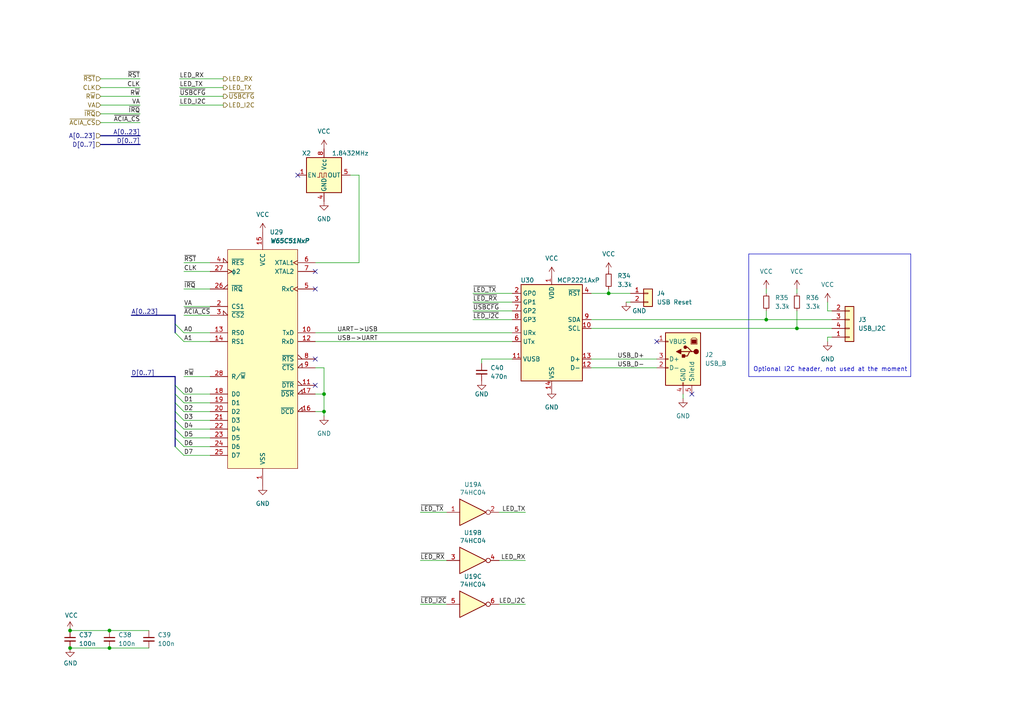
<source format=kicad_sch>
(kicad_sch (version 20250114) (generator "eeschema") (generator_version "9.0")
  (paper "A4")
  (title_block (title "Serial Module") (date "2023-05-23") (rev "A.32") (comment 2 "https://github.com/adrienkohlbecker/BB816") (comment 3 "Licensed under CERN-OHL-W v2") (comment 4 "Copyright © 2022-2023 Adrien Kohlbecker"))
  (lib_symbols
    (symbol "74xx:74HC04"
      (property "Reference" "U" (at 0 1.27 0))
      (property "Value" "74HC04" (at 0 -1.27 0))
      (symbol "74HC04_1_0"
        (polyline (pts (xy -3.81 3.81) (xy -3.81 -3.81) (xy 3.81 0) (xy -3.81 3.81)) (stroke (width 0.254)) (fill (type background)))
        (pin input line (at -7.62 0 0) (length 3.81) (name "~") (number "1"))
        (pin output inverted (at 7.62 0 180) (length 3.81) (name "~") (number "2"))
      )
      (symbol "74HC04_2_0"
        (polyline (pts (xy -3.81 3.81) (xy -3.81 -3.81) (xy 3.81 0) (xy -3.81 3.81)) (stroke (width 0.254)) (fill (type background)))
        (pin input line (at -7.62 0 0) (length 3.81) (name "~") (number "3"))
        (pin output inverted (at 7.62 0 180) (length 3.81) (name "~") (number "4"))
      )
      (symbol "74HC04_3_0"
        (polyline (pts (xy -3.81 3.81) (xy -3.81 -3.81) (xy 3.81 0) (xy -3.81 3.81)) (stroke (width 0.254)) (fill (type background)))
        (pin input line (at -7.62 0 0) (length 3.81) (name "~") (number "5"))
        (pin output inverted (at 7.62 0 180) (length 3.81) (name "~") (number "6"))
      )
      (symbol "74HC04_4_0"
        (polyline (pts (xy -3.81 3.81) (xy -3.81 -3.81) (xy 3.81 0) (xy -3.81 3.81)) (stroke (width 0.254)) (fill (type background)))
        (pin input line (at -7.62 0 0) (length 3.81) (name "~") (number "9"))
        (pin output inverted (at 7.62 0 180) (length 3.81) (name "~") (number "8"))
      )
      (symbol "74HC04_5_0"
        (polyline (pts (xy -3.81 3.81) (xy -3.81 -3.81) (xy 3.81 0) (xy -3.81 3.81)) (stroke (width 0.254)) (fill (type background)))
        (pin input line (at -7.62 0 0) (length 3.81) (name "~") (number "11"))
        (pin output inverted (at 7.62 0 180) (length 3.81) (name "~") (number "10"))
      )
      (symbol "74HC04_6_0"
        (polyline (pts (xy -3.81 3.81) (xy -3.81 -3.81) (xy 3.81 0) (xy -3.81 3.81)) (stroke (width 0.254)) (fill (type background)))
        (pin input line (at -7.62 0 0) (length 3.81) (name "~") (number "13"))
        (pin output inverted (at 7.62 0 180) (length 3.81) (name "~") (number "12"))
      )
      (symbol "74HC04_7_0"
        (pin power_in line (at 0 12.7 270) (length 5.08) (name "VCC") (number "14"))
        (pin power_in line (at 0 -12.7 90) (length 5.08) (name "GND") (number "7"))
      )
      (symbol "74HC04_7_1"
        (rectangle (start -5.08 7.62) (end 5.08 -7.62) (stroke (width 0.254)) (fill (type background)))
      )
    )
    (symbol "BB816:W65C51NxP" (pin_names (offset 1.016))
      (property "Reference" "U" (at -10.16 33.02 0))
      (property "Value" "W65C51NxP" (at 0 0 90))
      (symbol "W65C51NxP_0_1"
        (rectangle (start -10.16 31.75) (end 10.16 -31.75) (fill (type background)))
      )
      (symbol "W65C51NxP_1_1"
        (pin input input_low (at -15.24 27.94 0) (length 5.08) (name "~{RES}") (number "4"))
        (pin input clock (at -15.24 25.4 0) (length 5.08) (name "ϕ2") (number "27"))
        (pin open_collector output_low (at -15.24 20.32 0) (length 5.08) (name "~{IRQ}") (number "26"))
        (pin input line (at -15.24 15.24 0) (length 5.08) (name "CS1") (number "2"))
        (pin input input_low (at -15.24 12.7 0) (length 5.08) (name "~{CS2}") (number "3"))
        (pin input line (at -15.24 7.62 0) (length 5.08) (name "RS0") (number "13"))
        (pin input line (at -15.24 5.08 0) (length 5.08) (name "RS1") (number "14"))
        (pin input line (at -15.24 -5.08 0) (length 5.08) (name "R/~{W}") (number "28"))
        (pin bidirectional line (at -15.24 -10.16 0) (length 5.08) (name "D0") (number "18"))
        (pin bidirectional line (at -15.24 -12.7 0) (length 5.08) (name "D1") (number "19"))
        (pin bidirectional line (at -15.24 -15.24 0) (length 5.08) (name "D2") (number "20"))
        (pin bidirectional line (at -15.24 -17.78 0) (length 5.08) (name "D3") (number "21"))
        (pin bidirectional line (at -15.24 -20.32 0) (length 5.08) (name "D4") (number "22"))
        (pin bidirectional line (at -15.24 -22.86 0) (length 5.08) (name "D5") (number "23"))
        (pin bidirectional line (at -15.24 -25.4 0) (length 5.08) (name "D6") (number "24"))
        (pin bidirectional line (at -15.24 -27.94 0) (length 5.08) (name "D7") (number "25"))
        (pin power_in line (at 0 36.83 270) (length 5.08) (name "VCC") (number "15"))
        (pin power_in line (at 0 -36.83 90) (length 5.08) (name "VSS") (number "1"))
        (pin input clock (at 15.24 27.94 180) (length 5.08) (name "XTAL1") (number "6"))
        (pin output line (at 15.24 25.4 180) (length 5.08) (name "XTAL2") (number "7"))
        (pin bidirectional clock (at 15.24 20.32 180) (length 5.08) (name "RxC") (number "5"))
        (pin output line (at 15.24 7.62 180) (length 5.08) (name "TxD") (number "10"))
        (pin input line (at 15.24 5.08 180) (length 5.08) (name "RxD") (number "12"))
        (pin output output_low (at 15.24 0 180) (length 5.08) (name "~{RTS}") (number "8"))
        (pin input input_low (at 15.24 -2.54 180) (length 5.08) (name "~{CTS}") (number "9"))
        (pin output output_low (at 15.24 -7.62 180) (length 5.08) (name "~{DTR}") (number "11"))
        (pin input input_low (at 15.24 -10.16 180) (length 5.08) (name "~{DSR}") (number "17"))
        (pin input input_low (at 15.24 -15.24 180) (length 5.08) (name "~{DCD}") (number "16"))
      )
    )
    (symbol "Connector:USB_B" (pin_names (offset 1.016))
      (property "Reference" "J" (at -5.08 11.43 0))
      (property "Value" "USB_B" (at -5.08 8.89 0))
      (symbol "USB_B_0_1"
        (rectangle (start -5.08 -7.62) (end 5.08 7.62) (stroke (width 0.254)) (fill (type background)))
        (polyline (pts (xy -4.064 4.318) (xy -2.286 4.318) (xy -2.286 5.715) (xy -2.667 6.096) (xy -3.683 6.096) (xy -4.064 5.715) (xy -4.064 4.318)))
        (rectangle (start -3.81 5.588) (end -2.54 4.572) (fill (type outline)))
        (circle (center -3.81 2.159) (radius 0.635) (stroke (width 0.254)) (fill (type outline)))
        (polyline (pts (xy -3.175 2.159) (xy -2.54 2.159) (xy -1.27 3.429) (xy -0.635 3.429)) (stroke (width 0.254)))
        (polyline (pts (xy -2.54 2.159) (xy -1.905 2.159) (xy -1.27 0.889) (xy 0 0.889)) (stroke (width 0.254)))
        (polyline (pts (xy -1.905 2.159) (xy 0.635 2.159)) (stroke (width 0.254)))
        (circle (center -0.635 3.429) (radius 0.381) (stroke (width 0.254)) (fill (type outline)))
        (rectangle (start -0.127 -7.62) (end 0.127 -6.858))
        (rectangle (start 0.254 1.27) (end -0.508 0.508) (stroke (width 0.254)) (fill (type outline)))
        (polyline (pts (xy 0.635 2.794) (xy 0.635 1.524) (xy 1.905 2.159) (xy 0.635 2.794)) (stroke (width 0.254)) (fill (type outline)))
        (rectangle (start 5.08 4.953) (end 4.318 5.207))
        (rectangle (start 5.08 -0.127) (end 4.318 0.127))
        (rectangle (start 5.08 -2.667) (end 4.318 -2.413))
      )
      (symbol "USB_B_1_1"
        (pin passive line (at -2.54 -10.16 90) (length 2.54) (name "Shield") (number "5"))
        (pin power_out line (at 0 -10.16 90) (length 2.54) (name "GND") (number "4"))
        (pin power_out line (at 7.62 5.08 180) (length 2.54) (name "VBUS") (number "1"))
        (pin bidirectional line (at 7.62 0 180) (length 2.54) (name "D+") (number "3"))
        (pin bidirectional line (at 7.62 -2.54 180) (length 2.54) (name "D-") (number "2"))
      )
    )
    (symbol "Connector_Generic:Conn_01x02" (pin_names (offset 1.016) (hide yes))
      (property "Reference" "J" (at 0 2.54 0))
      (property "Value" "Conn_01x02" (at 0 -5.08 0))
      (symbol "Conn_01x02_1_1"
        (rectangle (start -1.27 1.27) (end 1.27 -3.81) (stroke (width 0.254)) (fill (type background)))
        (rectangle (start -1.27 0.127) (end 0 -0.127) (stroke (width 0.1524)))
        (rectangle (start -1.27 -2.413) (end 0 -2.667) (stroke (width 0.1524)))
        (pin passive line (at -5.08 0 0) (length 3.81) (name "Pin_1") (number "1"))
        (pin passive line (at -5.08 -2.54 0) (length 3.81) (name "Pin_2") (number "2"))
      )
    )
    (symbol "Connector_Generic:Conn_01x04" (pin_names (offset 1.016) (hide yes))
      (property "Reference" "J3" (at 2.54 0.0001 0))
      (property "Value" "USB_I2C" (at 2.54 -2.5399 0))
      (symbol "Conn_01x04_1_1"
        (rectangle (start -1.27 3.81) (end 1.27 -6.35) (stroke (width 0.254)) (fill (type background)))
        (rectangle (start -1.27 2.667) (end 0 2.413) (stroke (width 0.1524)))
        (rectangle (start -1.27 0.127) (end 0 -0.127) (stroke (width 0.1524)))
        (rectangle (start -1.27 -2.413) (end 0 -2.667) (stroke (width 0.1524)))
        (rectangle (start -1.27 -4.953) (end 0 -5.207) (stroke (width 0.1524)))
        (pin passive line (at -5.08 2.54 0) (length 3.81) (name "Pin_2") (number "2"))
        (pin passive line (at -5.08 0 0) (length 3.81) (name "Pin_3") (number "3"))
        (pin passive line (at -5.08 -2.54 0) (length 3.81) (name "Pin_4") (number "4"))
        (pin passive line (at -5.08 -5.08 0) (length 3.81) (name "Pin_1") (number "1"))
      )
    )
    (symbol "Device:C_Small" (pin_numbers (hide yes)) (pin_names (offset 0.254) (hide yes))
      (property "Reference" "C" (at 0.254 1.778 0))
      (property "Value" "C_Small" (at 0.254 -2.032 0))
      (symbol "C_Small_0_1"
        (polyline (pts (xy -1.524 0.508) (xy 1.524 0.508)) (stroke (width 0.3048)))
        (polyline (pts (xy -1.524 -0.508) (xy 1.524 -0.508)) (stroke (width 0.3302)))
      )
      (symbol "C_Small_1_1"
        (pin passive line (at 0 2.54 270) (length 2.032) (name "~") (number "1"))
        (pin passive line (at 0 -2.54 90) (length 2.032) (name "~") (number "2"))
      )
    )
    (symbol "Device:R_Small" (pin_numbers (hide yes)) (pin_names (offset 0.254) (hide yes))
      (property "Reference" "R" (at 0.762 0.508 0))
      (property "Value" "R_Small" (at 0.762 -1.016 0))
      (symbol "R_Small_0_1"
        (rectangle (start -0.762 1.778) (end 0.762 -1.778) (stroke (width 0.2032)))
      )
      (symbol "R_Small_1_1"
        (pin passive line (at 0 2.54 270) (length 0.762) (name "~") (number "1"))
        (pin passive line (at 0 -2.54 90) (length 0.762) (name "~") (number "2"))
      )
    )
    (symbol "Interface_USB:MCP2221AxP"
      (property "Reference" "U30" (at 5.08 16.51 0))
      (property "Value" "MCP2221AxP" (at -13.97 16.51 0))
      (symbol "MCP2221AxP_0_1"
        (rectangle (start -8.89 15.24) (end 8.89 -12.7) (stroke (width 0.254)) (fill (type background)))
      )
      (symbol "MCP2221AxP_1_1"
        (pin input line (at -11.43 12.7 0) (length 2.54) (name "~{RST}") (number "4"))
        (pin bidirectional line (at -11.43 5.08 0) (length 2.54) (name "SDA") (number "9"))
        (pin bidirectional line (at -11.43 2.54 0) (length 2.54) (name "SCL") (number "10"))
        (pin bidirectional line (at -11.43 -6.35 0) (length 2.54) (name "D+") (number "13"))
        (pin bidirectional line (at -11.43 -8.89 0) (length 2.54) (name "D-") (number "12"))
        (pin power_in line (at 0 17.78 270) (length 2.54) (name "VDD") (number "1"))
        (pin power_in line (at 0 -15.24 90) (length 2.54) (name "VSS") (number "14"))
        (pin bidirectional line (at 11.43 12.7 180) (length 2.54) (name "GP0") (number "2"))
        (pin bidirectional line (at 11.43 10.16 180) (length 2.54) (name "GP1") (number "3"))
        (pin bidirectional line (at 11.43 7.62 180) (length 2.54) (name "GP2") (number "7"))
        (pin bidirectional line (at 11.43 5.08 180) (length 2.54) (name "GP3") (number "8"))
        (pin input line (at 11.43 1.27 180) (length 2.54) (name "URx") (number "5"))
        (pin output line (at 11.43 -1.27 180) (length 2.54) (name "UTx") (number "6"))
        (pin passive line (at 11.43 -6.35 180) (length 2.54) (name "VUSB") (number "11"))
      )
    )
    (symbol "Oscillator:CXO_DIP8" (pin_names (offset 0.254))
      (property "Reference" "X" (at -5.08 6.35 0))
      (property "Value" "CXO_DIP8" (at 1.27 -6.35 0))
      (symbol "CXO_DIP8_0_1"
        (rectangle (start -5.08 5.08) (end 5.08 -5.08) (stroke (width 0.254)) (fill (type background)))
        (polyline (pts (xy -1.905 -0.635) (xy -1.27 -0.635) (xy -1.27 0.635) (xy -0.635 0.635) (xy -0.635 -0.635) (xy 0 -0.635) (xy 0 0.635) (xy 0.635 0.635) (xy 0.635 -0.635)))
      )
      (symbol "CXO_DIP8_1_1"
        (pin input line (at -7.62 0 0) (length 2.54) (name "EN") (number "1"))
        (pin power_in line (at 0 7.62 270) (length 2.54) (name "Vcc") (number "8"))
        (pin power_in line (at 0 -7.62 90) (length 2.54) (name "GND") (number "4"))
        (pin output line (at 7.62 0 180) (length 2.54) (name "OUT") (number "5"))
      )
    )
    (symbol "power:GND" (power) (pin_names (offset 0))
      (property "Value" "GND" (at 0 -3.81 0))
      (symbol "GND_0_1"
        (polyline (pts (xy 0 0) (xy 0 -1.27) (xy 1.27 -1.27) (xy 0 -2.54) (xy -1.27 -1.27) (xy 0 -1.27)))
      )
      (symbol "GND_1_1"
        (pin power_in line (at 0 0 270) (length 0) (hide yes) (name "GND") (number "1"))
      )
    )
    (symbol "power:VCC" (power) (pin_names (offset 0))
      (property "Value" "VCC" (at 0 3.81 0))
      (symbol "VCC_0_1"
        (polyline (pts (xy -0.762 1.27) (xy 0 2.54)))
        (polyline (pts (xy 0 2.54) (xy 0.762 1.27)))
        (polyline (pts (xy 0 0) (xy 0 2.54)))
      )
      (symbol "VCC_1_1"
        (pin power_in line (at 0 0 90) (length 0) (hide yes) (name "VCC") (number "1"))
      )
    )
  )
  (text "Optional I2C header, not used at the moment" (at 218.44 107.95 0) (effects (font (size 1.27 1.27)) (justify left bottom)))
  (junction (at 231.14 95.25))
  (junction (at 93.98 114.3))
  (junction (at 31.75 182.88))
  (junction (at 222.25 92.71))
  (junction (at 20.32 182.88))
  (junction (at 20.32 187.96))
  (junction (at 176.53 85.09))
  (junction (at 93.98 119.38))
  (junction (at 31.75 187.96))
  (no_connect (at 200.66 114.3))
  (no_connect (at 86.36 50.8))
  (no_connect (at 91.44 78.74))
  (no_connect (at 91.44 111.76))
  (no_connect (at 91.44 104.14))
  (no_connect (at 91.44 83.82))
  (no_connect (at 190.5 99.06))
  (bus_entry (at 50.8 124.46) (size 2.54 2.54))
  (bus_entry (at 50.8 121.92) (size 2.54 2.54))
  (bus_entry (at 50.8 127) (size 2.54 2.54))
  (bus_entry (at 50.8 116.84) (size 2.54 2.54))
  (bus_entry (at 50.8 93.98) (size 2.54 2.54))
  (bus_entry (at 50.8 129.54) (size 2.54 2.54))
  (bus_entry (at 50.8 111.76) (size 2.54 2.54))
  (bus_entry (at 50.8 114.3) (size 2.54 2.54))
  (bus_entry (at 50.8 96.52) (size 2.54 2.54))
  (bus_entry (at 50.8 119.38) (size 2.54 2.54))
  (bus (pts (xy 38.1 109.22) (xy 50.8 109.22)))
  (wire (pts (xy 53.34 109.22) (xy 60.96 109.22)))
  (wire (pts (xy 148.59 87.63) (xy 137.16 87.63)))
  (wire (pts (xy 198.12 114.3) (xy 198.12 115.57)))
  (wire (pts (xy 53.34 96.52) (xy 60.96 96.52)))
  (wire (pts (xy 40.64 22.86) (xy 29.21 22.86)))
  (bus (pts (xy 50.8 121.92) (xy 50.8 124.46)))
  (wire (pts (xy 40.64 35.56) (xy 29.21 35.56)))
  (wire (pts (xy 121.92 162.56) (xy 129.54 162.56)))
  (wire (pts (xy 104.14 50.8) (xy 104.14 76.2)))
  (polyline (pts (xy 217.17 73.66) (xy 217.17 109.22)))
  (polyline (pts (xy 217.17 109.22) (xy 264.16 109.22)))
  (wire (pts (xy 104.14 76.2) (xy 91.44 76.2)))
  (bus (pts (xy 50.8 109.22) (xy 50.8 111.76)))
  (wire (pts (xy 121.92 175.26) (xy 129.54 175.26)))
  (wire (pts (xy 222.25 92.71) (xy 222.25 90.17)))
  (wire (pts (xy 20.32 182.88) (xy 31.75 182.88)))
  (bus (pts (xy 50.8 91.44) (xy 50.8 93.98)))
  (wire (pts (xy 222.25 92.71) (xy 241.3 92.71)))
  (wire (pts (xy 53.34 116.84) (xy 60.96 116.84)))
  (wire (pts (xy 91.44 114.3) (xy 93.98 114.3)))
  (wire (pts (xy 148.59 92.71) (xy 137.16 92.71)))
  (wire (pts (xy 240.03 99.06) (xy 240.03 97.79)))
  (wire (pts (xy 40.64 25.4) (xy 29.21 25.4)))
  (bus (pts (xy 50.8 116.84) (xy 50.8 119.38)))
  (wire (pts (xy 231.14 85.09) (xy 231.14 83.82)))
  (wire (pts (xy 171.45 106.68) (xy 190.5 106.68)))
  (wire (pts (xy 40.64 30.48) (xy 29.21 30.48)))
  (wire (pts (xy 93.98 106.68) (xy 93.98 114.3)))
  (wire (pts (xy 231.14 95.25) (xy 241.3 95.25)))
  (wire (pts (xy 53.34 132.08) (xy 60.96 132.08)))
  (wire (pts (xy 176.53 85.09) (xy 182.88 85.09)))
  (bus (pts (xy 50.8 114.3) (xy 50.8 116.84)))
  (wire (pts (xy 139.7 104.14) (xy 139.7 105.41)))
  (wire (pts (xy 148.59 90.17) (xy 137.16 90.17)))
  (wire (pts (xy 222.25 85.09) (xy 222.25 83.82)))
  (polyline (pts (xy 217.17 73.66) (xy 264.16 73.66)))
  (wire (pts (xy 52.07 22.86) (xy 64.77 22.86)))
  (wire (pts (xy 171.45 92.71) (xy 222.25 92.71)))
  (wire (pts (xy 144.78 148.59) (xy 152.4 148.59)))
  (wire (pts (xy 40.64 27.94) (xy 29.21 27.94)))
  (wire (pts (xy 20.32 187.96) (xy 31.75 187.96)))
  (wire (pts (xy 91.44 96.52) (xy 148.59 96.52)))
  (bus (pts (xy 50.8 127) (xy 50.8 129.54)))
  (wire (pts (xy 53.34 78.74) (xy 60.96 78.74)))
  (wire (pts (xy 240.03 97.79) (xy 241.3 97.79)))
  (bus (pts (xy 50.8 96.52) (xy 50.8 93.98)))
  (wire (pts (xy 240.03 90.17) (xy 241.3 90.17)))
  (wire (pts (xy 53.34 121.92) (xy 60.96 121.92)))
  (wire (pts (xy 53.34 76.2) (xy 60.96 76.2)))
  (wire (pts (xy 53.34 124.46) (xy 60.96 124.46)))
  (wire (pts (xy 53.34 119.38) (xy 60.96 119.38)))
  (wire (pts (xy 91.44 99.06) (xy 148.59 99.06)))
  (polyline (pts (xy 264.16 109.22) (xy 264.16 73.66)))
  (wire (pts (xy 52.07 27.94) (xy 64.77 27.94)))
  (wire (pts (xy 53.34 99.06) (xy 60.96 99.06)))
  (wire (pts (xy 171.45 104.14) (xy 190.5 104.14)))
  (wire (pts (xy 139.7 104.14) (xy 148.59 104.14)))
  (wire (pts (xy 121.92 148.59) (xy 129.54 148.59)))
  (bus (pts (xy 29.21 41.91) (xy 40.64 41.91)))
  (wire (pts (xy 53.34 91.44) (xy 60.96 91.44)))
  (wire (pts (xy 231.14 95.25) (xy 231.14 90.17)))
  (wire (pts (xy 60.96 88.9) (xy 53.34 88.9)))
  (wire (pts (xy 52.07 25.4) (xy 64.77 25.4)))
  (wire (pts (xy 52.07 30.48) (xy 64.77 30.48)))
  (wire (pts (xy 91.44 119.38) (xy 93.98 119.38)))
  (wire (pts (xy 144.78 175.26) (xy 152.4 175.26)))
  (wire (pts (xy 53.34 129.54) (xy 60.96 129.54)))
  (wire (pts (xy 31.75 187.96) (xy 43.18 187.96)))
  (wire (pts (xy 240.03 87.63) (xy 240.03 90.17)))
  (bus (pts (xy 50.8 111.76) (xy 50.8 114.3)))
  (wire (pts (xy 53.34 114.3) (xy 60.96 114.3)))
  (bus (pts (xy 29.21 39.37) (xy 40.64 39.37)))
  (wire (pts (xy 101.6 50.8) (xy 104.14 50.8)))
  (wire (pts (xy 144.78 162.56) (xy 152.4 162.56)))
  (wire (pts (xy 93.98 114.3) (xy 93.98 119.38)))
  (bus (pts (xy 50.8 124.46) (xy 50.8 127)))
  (wire (pts (xy 137.16 85.09) (xy 148.59 85.09)))
  (wire (pts (xy 181.61 87.63) (xy 182.88 87.63)))
  (wire (pts (xy 176.53 85.09) (xy 171.45 85.09)))
  (bus (pts (xy 50.8 119.38) (xy 50.8 121.92)))
  (wire (pts (xy 91.44 106.68) (xy 93.98 106.68)))
  (wire (pts (xy 53.34 127) (xy 60.96 127)))
  (wire (pts (xy 93.98 119.38) (xy 93.98 120.65)))
  (wire (pts (xy 31.75 182.88) (xy 43.18 182.88)))
  (wire (pts (xy 176.53 83.82) (xy 176.53 85.09)))
  (wire (pts (xy 53.34 83.82) (xy 60.96 83.82)))
  (wire (pts (xy 40.64 33.02) (xy 29.21 33.02)))
  (bus (pts (xy 38.1 91.44) (xy 50.8 91.44)))
  (wire (pts (xy 171.45 95.25) (xy 231.14 95.25)))
  (label "LED_I2C" (at 152.4 175.26 180))
  (label "A[0..23]" (at 40.64 39.37 180))
  (label "D3" (at 53.34 121.92 0))
  (label "~{USBCFG}" (at 137.16 90.17 0))
  (label "R~{W}" (at 40.64 27.94 180))
  (label "D6" (at 53.34 129.54 0))
  (label "A1" (at 53.34 99.06 0))
  (label "CLK" (at 40.64 25.4 180))
  (label "LED_RX" (at 52.07 22.86 0))
  (label "~{LED_TX}" (at 137.16 85.09 0))
  (label "USB->UART" (at 97.79 99.06 0))
  (label "D[0..7]" (at 40.64 41.91 180))
  (label "~{LED_I2C}" (at 137.16 92.71 0))
  (label "USB_D-" (at 179.07 106.68 0))
  (label "UART->USB" (at 97.79 96.52 0))
  (label "LED_RX" (at 152.4 162.56 180))
  (label "D4" (at 53.34 124.46 0))
  (label "D0" (at 53.34 114.3 0))
  (label "~{IRQ}" (at 53.34 83.82 0))
  (label "VA" (at 53.34 88.9 0))
  (label "D1" (at 53.34 116.84 0))
  (label "D[0..7]" (at 38.1 109.22 0))
  (label "~{LED_RX}" (at 121.92 162.56 0))
  (label "D2" (at 53.34 119.38 0))
  (label "~{RST}" (at 40.64 22.86 180))
  (label "USB_D+" (at 179.07 104.14 0))
  (label "~{LED_TX}" (at 121.92 148.59 0))
  (label "LED_I2C" (at 52.07 30.48 0))
  (label "~{LED_I2C}" (at 121.92 175.26 0))
  (label "VA" (at 40.64 30.48 180))
  (label "A[0..23]" (at 38.1 91.44 0))
  (label "R~{W}" (at 53.34 109.22 0))
  (label "D5" (at 53.34 127 0))
  (label "~{RST}" (at 53.34 76.2 0))
  (label "A0" (at 53.34 96.52 0))
  (label "~{USBCFG}" (at 52.07 27.94 0))
  (label "~{LED_RX}" (at 137.16 87.63 0))
  (label "~{ACIA_CS}" (at 40.64 35.56 180))
  (label "LED_TX" (at 152.4 148.59 180))
  (label "~{ACIA_CS}" (at 53.34 91.44 0))
  (label "LED_TX" (at 52.07 25.4 0))
  (label "CLK" (at 53.34 78.74 0))
  (label "D7" (at 53.34 132.08 0))
  (label "~{IRQ}" (at 40.64 33.02 180))
  (hierarchical_label "D[0..7]" (shape input) (at 29.21 41.91 180))
  (hierarchical_label "LED_I2C" (shape output) (at 64.77 30.48 0))
  (hierarchical_label "~{RST}" (shape input) (at 29.21 22.86 180))
  (hierarchical_label "~{USBCFG}" (shape output) (at 64.77 27.94 0))
  (hierarchical_label "A[0..23]" (shape input) (at 29.21 39.37 180))
  (hierarchical_label "~{IRQ}" (shape input) (at 29.21 33.02 180))
  (hierarchical_label "VA" (shape input) (at 29.21 30.48 180))
  (hierarchical_label "LED_TX" (shape output) (at 64.77 25.4 0))
  (hierarchical_label "LED_RX" (shape output) (at 64.77 22.86 0))
  (hierarchical_label "CLK" (shape input) (at 29.21 25.4 180))
  (hierarchical_label "R~{W}" (shape input) (at 29.21 27.94 180))
  (hierarchical_label "~{ACIA_CS}" (shape input) (at 29.21 35.56 180))
  (symbol (lib_id "power:VCC") (at 176.53 78.74 0) (mirror y) (unit 1)
    (property "Reference" "#PWR0132" (effects (hide yes)))
    (property "Value" "VCC" (at 176.53 73.66 0))
  )
  (symbol (lib_id "power:GND") (at 240.03 99.06 0) (mirror y) (unit 1)
    (property "Reference" "#PWR0131" (effects (hide yes)))
    (property "Value" "GND" (at 240.03 104.14 0))
  )
  (symbol (lib_id "power:GND") (at 198.12 115.57 0) (mirror y) (unit 1)
    (property "Reference" "#PWR0128" (effects (hide yes)))
    (property "Value" "GND" (at 198.12 120.65 0))
  )
  (symbol (lib_id "74xx:74HC04") (at 137.16 162.56 0) (unit 2)
    (property "Reference" "U19" (at 137.16 154.5082 0))
    (property "Value" "74HC04" (at 137.16 156.8196 0))
    (property "Datasheet" "https://www.ti.com/lit/ds/symlink/sn74hc04.pdf" (effects (hide yes)))
  )
  (symbol (lib_id "power:GND") (at 160.02 113.03 0) (mirror y) (unit 1)
    (property "Reference" "#PWR0125" (effects (hide yes)))
    (property "Value" "GND" (at 160.02 118.11 0))
  )
  (symbol (lib_id "power:VCC") (at 222.25 83.82 0) (mirror y) (unit 1)
    (property "Reference" "#PWR0126" (effects (hide yes)))
    (property "Value" "VCC" (at 222.25 78.74 0))
  )
  (symbol (lib_id "power:GND") (at 93.98 120.65 0) (unit 1)
    (property "Reference" "#PWR0119" (effects (hide yes)))
    (property "Value" "GND" (at 93.98 125.73 0))
  )
  (symbol (lib_id "Device:R_Small") (at 176.53 81.28 0) (unit 1)
    (property "Reference" "R34" (at 179.07 80.0099 0) (effects (justify left)))
    (property "Value" "3.3k" (at 179.07 82.5499 0) (effects (justify left)))
  )
  (symbol (lib_id "Device:R_Small") (at 231.14 87.63 0) (unit 1)
    (property "Reference" "R36" (at 233.68 86.3599 0) (effects (justify left)))
    (property "Value" "3.3k" (at 233.68 88.8999 0) (effects (justify left)))
  )
  (symbol (lib_id "Connector_Generic:Conn_01x02") (at 187.96 85.09 0) (unit 1)
    (property "Reference" "J4" (at 190.5 85.0899 0) (effects (justify left)))
    (property "Value" "USB Reset" (at 190.5 87.6299 0) (effects (justify left)))
  )
  (symbol (lib_id "Device:C_Small") (at 139.7 107.95 0) (unit 1)
    (property "Reference" "C40" (at 142.24 106.6862 0) (effects (justify left)))
    (property "Value" "470n" (at 142.24 109.2262 0) (effects (justify left)))
  )
  (symbol (lib_id "Device:R_Small") (at 222.25 87.63 0) (unit 1)
    (property "Reference" "R35" (at 224.79 86.3599 0) (effects (justify left)))
    (property "Value" "3.3k" (at 224.79 88.8999 0) (effects (justify left)))
  )
  (symbol (lib_id "power:VCC") (at 20.32 182.88 0) (unit 1)
    (property "Reference" "#PWR04" (effects (hide yes)))
    (property "Value" "VCC" (at 20.701 178.4858 0))
  )
  (symbol (lib_id "power:VCC") (at 76.2 67.31 0) (unit 1)
    (property "Reference" "#PWR0115" (effects (hide yes)))
    (property "Value" "VCC" (at 76.2 62.23 0))
  )
  (symbol (lib_id "power:GND") (at 93.98 58.42 0) (unit 1)
    (property "Reference" "#PWR0118" (effects (hide yes)))
    (property "Value" "GND" (at 93.98 63.5 0))
  )
  (symbol (lib_id "Device:C_Small") (at 20.32 185.42 0) (unit 1)
    (property "Reference" "C37" (at 22.86 184.1562 0) (effects (justify left)))
    (property "Value" "100n" (at 22.86 186.6962 0) (effects (justify left)))
  )
  (symbol (lib_id "power:VCC") (at 160.02 80.01 0) (mirror y) (unit 1)
    (property "Reference" "#PWR0124" (effects (hide yes)))
    (property "Value" "VCC" (at 160.02 74.93 0))
  )
  (symbol (lib_id "Connector_Generic:Conn_01x04") (at 246.38 92.71 0) (unit 1)
    (property "Reference" "J3" (at 248.92 92.7099 0) (effects (justify left)))
    (property "Value" "USB_I2C" (at 248.92 95.2499 0) (effects (justify left)))
    (property "Footprint" "Connector_JST:JST_SH_SM04B-SRSS-TB_1x04-1MP_P1.00mm_Horizontal" (effects (hide yes)))
  )
  (symbol (lib_id "Device:C_Small") (at 31.75 185.42 0) (unit 1)
    (property "Reference" "C38" (at 34.29 184.1562 0) (effects (justify left)))
    (property "Value" "100n" (at 34.29 186.6962 0) (effects (justify left)))
  )
  (symbol (lib_id "power:GND") (at 76.2 140.97 0) (unit 1)
    (property "Reference" "#PWR0116" (effects (hide yes)))
    (property "Value" "GND" (at 76.2 146.05 0))
  )
  (symbol (lib_id "BB816:W65C51NxP") (at 76.2 104.14 0) (unit 1)
    (property "Reference" "U29" (at 78.2194 67.31 0) (effects (justify left)))
    (property "Value" "W65C51NxP" (at 78.2194 69.85 0) (effects (font (bold yes) (italic yes)) (justify left)))
    (property "Datasheet" "http://www.westerndesigncenter.com/wdc/documentation/w65c51n.pdf" (effects (hide yes)))
  )
  (symbol (lib_id "74xx:74HC04") (at 137.16 148.59 0) (unit 1)
    (property "Reference" "U19" (at 137.16 140.5382 0))
    (property "Value" "74HC04" (at 137.16 142.8496 0))
    (property "Datasheet" "https://www.ti.com/lit/ds/symlink/sn74hc04.pdf" (effects (hide yes)))
  )
  (symbol (lib_id "Oscillator:CXO_DIP8") (at 93.98 50.8 0) (unit 1)
    (property "Reference" "X2" (at 88.9 44.45 0))
    (property "Value" "1.8432MHz" (at 101.6 44.45 0))
    (property "Footprint" "Oscillator:Oscillator_DIP-8" (effects (hide yes)))
    (property "Datasheet" "http://cdn-reichelt.de/documents/datenblatt/B400/OSZI.pdf" (effects (hide yes)))
  )
  (symbol (lib_id "power:GND") (at 139.7 110.49 0) (unit 1)
    (property "Reference" "#PWR0127" (effects (hide yes)))
    (property "Value" "GND" (at 139.7 114.3 0))
  )
  (symbol (lib_id "power:VCC") (at 93.98 43.18 0) (unit 1)
    (property "Reference" "#PWR0117" (effects (hide yes)))
    (property "Value" "VCC" (at 93.98 38.1 0))
  )
  (symbol (lib_id "power:VCC") (at 231.14 83.82 0) (mirror y) (unit 1)
    (property "Reference" "#PWR0129" (effects (hide yes)))
    (property "Value" "VCC" (at 231.14 78.74 0))
  )
  (symbol (lib_id "power:GND") (at 20.32 187.96 0) (unit 1)
    (property "Reference" "#PWR05" (effects (hide yes)))
    (property "Value" "GND" (at 20.447 192.3542 0))
  )
  (symbol (lib_id "74xx:74HC04") (at 137.16 175.26 0) (unit 3)
    (property "Reference" "U19" (at 137.16 167.2082 0))
    (property "Value" "74HC04" (at 137.16 169.5196 0))
    (property "Datasheet" "https://www.ti.com/lit/ds/symlink/sn74hc04.pdf" (effects (hide yes)))
  )
  (symbol (lib_id "power:GND") (at 181.61 87.63 0) (mirror y) (unit 1)
    (property "Reference" "#PWR0133" (effects (hide yes)))
    (property "Value" "GND" (at 185.42 90.17 0))
  )
  (symbol (lib_id "Interface_USB:MCP2221AxP") (at 160.02 97.79 0) (mirror y) (unit 1)
    (property "Reference" "U30" (at 154.94 81.28 0) (effects (justify left)))
    (property "Value" "MCP2221AxP" (at 173.99 81.28 0) (effects (justify left)))
    (property "Footprint" "Package_DIP:DIP-14_W7.62mm" (effects (hide yes)))
    (property "Datasheet" "http://ww1.microchip.com/downloads/en/DeviceDoc/20005565B.pdf" (effects (hide yes)))
  )
  (symbol (lib_id "Connector:USB_B") (at 198.12 104.14 0) (mirror y) (unit 1)
    (property "Reference" "J2" (at 204.47 102.8699 0) (effects (justify right)))
    (property "Value" "USB_B" (at 204.47 105.4099 0) (effects (justify right)))
    (property "Datasheet" " ~" (effects (hide yes)))
  )
  (symbol (lib_id "Device:C_Small") (at 43.18 185.42 0) (unit 1)
    (property "Reference" "C39" (at 45.72 184.1562 0) (effects (justify left)))
    (property "Value" "100n" (at 45.72 186.6962 0) (effects (justify left)))
  )
  (symbol (lib_id "power:VCC") (at 240.03 87.63 0) (mirror y) (unit 1)
    (property "Reference" "#PWR0130" (effects (hide yes)))
    (property "Value" "VCC" (at 240.03 82.55 0))
  )
)
</source>
